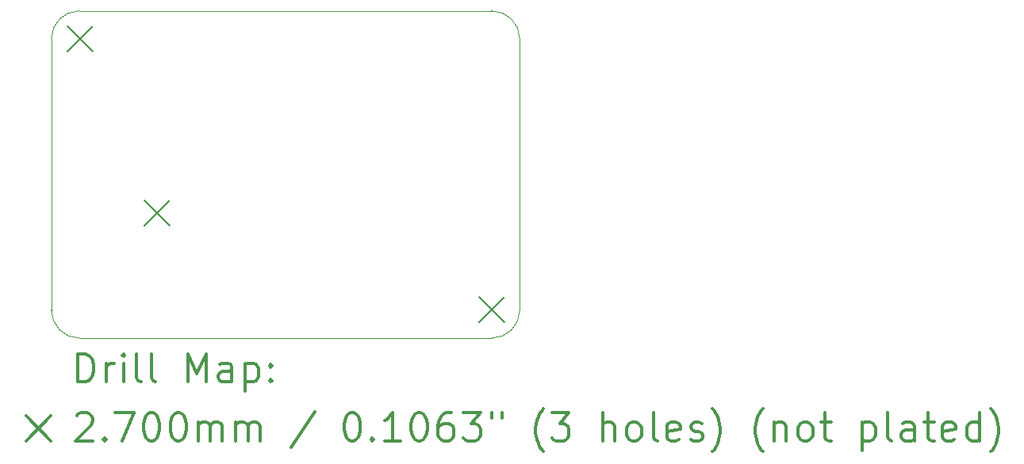
<source format=gbr>
%FSLAX45Y45*%
G04 Gerber Fmt 4.5, Leading zero omitted, Abs format (unit mm)*
G04 Created by KiCad (PCBNEW 5.1.12-84ad8e8a86~92~ubuntu20.04.1) date 2022-01-09 16:37:45*
%MOMM*%
%LPD*%
G01*
G04 APERTURE LIST*
%TA.AperFunction,Profile*%
%ADD10C,0.050000*%
%TD*%
%ADD11C,0.200000*%
%ADD12C,0.300000*%
G04 APERTURE END LIST*
D10*
X13348700Y-5453500D02*
G75*
G02*
X13648700Y-5753500I0J-300000D01*
G01*
X13648700Y-8653500D02*
G75*
G02*
X13348700Y-8953500I-300000J0D01*
G01*
X8648700Y-5753500D02*
G75*
G02*
X8948700Y-5453500I300000J0D01*
G01*
X8948700Y-8953500D02*
G75*
G02*
X8648700Y-8653500I0J300000D01*
G01*
X8948700Y-5453500D02*
X13348700Y-5453500D01*
X8648700Y-8653500D02*
X8648700Y-5753500D01*
X13648700Y-8653500D02*
X13648700Y-5753500D01*
X8948700Y-8953500D02*
X13348700Y-8953500D01*
D11*
X8818500Y-5618100D02*
X9088500Y-5888100D01*
X9088500Y-5618100D02*
X8818500Y-5888100D01*
X9644000Y-7477600D02*
X9914000Y-7747600D01*
X9914000Y-7477600D02*
X9644000Y-7747600D01*
X13212700Y-8513700D02*
X13482700Y-8783700D01*
X13482700Y-8513700D02*
X13212700Y-8783700D01*
D12*
X8932628Y-9421714D02*
X8932628Y-9121714D01*
X9004057Y-9121714D01*
X9046914Y-9136000D01*
X9075486Y-9164572D01*
X9089771Y-9193143D01*
X9104057Y-9250286D01*
X9104057Y-9293143D01*
X9089771Y-9350286D01*
X9075486Y-9378857D01*
X9046914Y-9407429D01*
X9004057Y-9421714D01*
X8932628Y-9421714D01*
X9232628Y-9421714D02*
X9232628Y-9221714D01*
X9232628Y-9278857D02*
X9246914Y-9250286D01*
X9261200Y-9236000D01*
X9289771Y-9221714D01*
X9318343Y-9221714D01*
X9418343Y-9421714D02*
X9418343Y-9221714D01*
X9418343Y-9121714D02*
X9404057Y-9136000D01*
X9418343Y-9150286D01*
X9432628Y-9136000D01*
X9418343Y-9121714D01*
X9418343Y-9150286D01*
X9604057Y-9421714D02*
X9575486Y-9407429D01*
X9561200Y-9378857D01*
X9561200Y-9121714D01*
X9761200Y-9421714D02*
X9732628Y-9407429D01*
X9718343Y-9378857D01*
X9718343Y-9121714D01*
X10104057Y-9421714D02*
X10104057Y-9121714D01*
X10204057Y-9336000D01*
X10304057Y-9121714D01*
X10304057Y-9421714D01*
X10575486Y-9421714D02*
X10575486Y-9264572D01*
X10561200Y-9236000D01*
X10532628Y-9221714D01*
X10475486Y-9221714D01*
X10446914Y-9236000D01*
X10575486Y-9407429D02*
X10546914Y-9421714D01*
X10475486Y-9421714D01*
X10446914Y-9407429D01*
X10432628Y-9378857D01*
X10432628Y-9350286D01*
X10446914Y-9321714D01*
X10475486Y-9307429D01*
X10546914Y-9307429D01*
X10575486Y-9293143D01*
X10718343Y-9221714D02*
X10718343Y-9521714D01*
X10718343Y-9236000D02*
X10746914Y-9221714D01*
X10804057Y-9221714D01*
X10832628Y-9236000D01*
X10846914Y-9250286D01*
X10861200Y-9278857D01*
X10861200Y-9364572D01*
X10846914Y-9393143D01*
X10832628Y-9407429D01*
X10804057Y-9421714D01*
X10746914Y-9421714D01*
X10718343Y-9407429D01*
X10989771Y-9393143D02*
X11004057Y-9407429D01*
X10989771Y-9421714D01*
X10975486Y-9407429D01*
X10989771Y-9393143D01*
X10989771Y-9421714D01*
X10989771Y-9236000D02*
X11004057Y-9250286D01*
X10989771Y-9264572D01*
X10975486Y-9250286D01*
X10989771Y-9236000D01*
X10989771Y-9264572D01*
X8376200Y-9781000D02*
X8646200Y-10051000D01*
X8646200Y-9781000D02*
X8376200Y-10051000D01*
X8918343Y-9780286D02*
X8932628Y-9766000D01*
X8961200Y-9751714D01*
X9032628Y-9751714D01*
X9061200Y-9766000D01*
X9075486Y-9780286D01*
X9089771Y-9808857D01*
X9089771Y-9837429D01*
X9075486Y-9880286D01*
X8904057Y-10051714D01*
X9089771Y-10051714D01*
X9218343Y-10023143D02*
X9232628Y-10037429D01*
X9218343Y-10051714D01*
X9204057Y-10037429D01*
X9218343Y-10023143D01*
X9218343Y-10051714D01*
X9332628Y-9751714D02*
X9532628Y-9751714D01*
X9404057Y-10051714D01*
X9704057Y-9751714D02*
X9732628Y-9751714D01*
X9761200Y-9766000D01*
X9775486Y-9780286D01*
X9789771Y-9808857D01*
X9804057Y-9866000D01*
X9804057Y-9937429D01*
X9789771Y-9994572D01*
X9775486Y-10023143D01*
X9761200Y-10037429D01*
X9732628Y-10051714D01*
X9704057Y-10051714D01*
X9675486Y-10037429D01*
X9661200Y-10023143D01*
X9646914Y-9994572D01*
X9632628Y-9937429D01*
X9632628Y-9866000D01*
X9646914Y-9808857D01*
X9661200Y-9780286D01*
X9675486Y-9766000D01*
X9704057Y-9751714D01*
X9989771Y-9751714D02*
X10018343Y-9751714D01*
X10046914Y-9766000D01*
X10061200Y-9780286D01*
X10075486Y-9808857D01*
X10089771Y-9866000D01*
X10089771Y-9937429D01*
X10075486Y-9994572D01*
X10061200Y-10023143D01*
X10046914Y-10037429D01*
X10018343Y-10051714D01*
X9989771Y-10051714D01*
X9961200Y-10037429D01*
X9946914Y-10023143D01*
X9932628Y-9994572D01*
X9918343Y-9937429D01*
X9918343Y-9866000D01*
X9932628Y-9808857D01*
X9946914Y-9780286D01*
X9961200Y-9766000D01*
X9989771Y-9751714D01*
X10218343Y-10051714D02*
X10218343Y-9851714D01*
X10218343Y-9880286D02*
X10232628Y-9866000D01*
X10261200Y-9851714D01*
X10304057Y-9851714D01*
X10332628Y-9866000D01*
X10346914Y-9894572D01*
X10346914Y-10051714D01*
X10346914Y-9894572D02*
X10361200Y-9866000D01*
X10389771Y-9851714D01*
X10432628Y-9851714D01*
X10461200Y-9866000D01*
X10475486Y-9894572D01*
X10475486Y-10051714D01*
X10618343Y-10051714D02*
X10618343Y-9851714D01*
X10618343Y-9880286D02*
X10632628Y-9866000D01*
X10661200Y-9851714D01*
X10704057Y-9851714D01*
X10732628Y-9866000D01*
X10746914Y-9894572D01*
X10746914Y-10051714D01*
X10746914Y-9894572D02*
X10761200Y-9866000D01*
X10789771Y-9851714D01*
X10832628Y-9851714D01*
X10861200Y-9866000D01*
X10875486Y-9894572D01*
X10875486Y-10051714D01*
X11461200Y-9737429D02*
X11204057Y-10123143D01*
X11846914Y-9751714D02*
X11875486Y-9751714D01*
X11904057Y-9766000D01*
X11918343Y-9780286D01*
X11932628Y-9808857D01*
X11946914Y-9866000D01*
X11946914Y-9937429D01*
X11932628Y-9994572D01*
X11918343Y-10023143D01*
X11904057Y-10037429D01*
X11875486Y-10051714D01*
X11846914Y-10051714D01*
X11818343Y-10037429D01*
X11804057Y-10023143D01*
X11789771Y-9994572D01*
X11775486Y-9937429D01*
X11775486Y-9866000D01*
X11789771Y-9808857D01*
X11804057Y-9780286D01*
X11818343Y-9766000D01*
X11846914Y-9751714D01*
X12075486Y-10023143D02*
X12089771Y-10037429D01*
X12075486Y-10051714D01*
X12061200Y-10037429D01*
X12075486Y-10023143D01*
X12075486Y-10051714D01*
X12375486Y-10051714D02*
X12204057Y-10051714D01*
X12289771Y-10051714D02*
X12289771Y-9751714D01*
X12261200Y-9794572D01*
X12232628Y-9823143D01*
X12204057Y-9837429D01*
X12561200Y-9751714D02*
X12589771Y-9751714D01*
X12618343Y-9766000D01*
X12632628Y-9780286D01*
X12646914Y-9808857D01*
X12661200Y-9866000D01*
X12661200Y-9937429D01*
X12646914Y-9994572D01*
X12632628Y-10023143D01*
X12618343Y-10037429D01*
X12589771Y-10051714D01*
X12561200Y-10051714D01*
X12532628Y-10037429D01*
X12518343Y-10023143D01*
X12504057Y-9994572D01*
X12489771Y-9937429D01*
X12489771Y-9866000D01*
X12504057Y-9808857D01*
X12518343Y-9780286D01*
X12532628Y-9766000D01*
X12561200Y-9751714D01*
X12918343Y-9751714D02*
X12861200Y-9751714D01*
X12832628Y-9766000D01*
X12818343Y-9780286D01*
X12789771Y-9823143D01*
X12775486Y-9880286D01*
X12775486Y-9994572D01*
X12789771Y-10023143D01*
X12804057Y-10037429D01*
X12832628Y-10051714D01*
X12889771Y-10051714D01*
X12918343Y-10037429D01*
X12932628Y-10023143D01*
X12946914Y-9994572D01*
X12946914Y-9923143D01*
X12932628Y-9894572D01*
X12918343Y-9880286D01*
X12889771Y-9866000D01*
X12832628Y-9866000D01*
X12804057Y-9880286D01*
X12789771Y-9894572D01*
X12775486Y-9923143D01*
X13046914Y-9751714D02*
X13232628Y-9751714D01*
X13132628Y-9866000D01*
X13175486Y-9866000D01*
X13204057Y-9880286D01*
X13218343Y-9894572D01*
X13232628Y-9923143D01*
X13232628Y-9994572D01*
X13218343Y-10023143D01*
X13204057Y-10037429D01*
X13175486Y-10051714D01*
X13089771Y-10051714D01*
X13061200Y-10037429D01*
X13046914Y-10023143D01*
X13346914Y-9751714D02*
X13346914Y-9808857D01*
X13461200Y-9751714D02*
X13461200Y-9808857D01*
X13904057Y-10166000D02*
X13889771Y-10151714D01*
X13861200Y-10108857D01*
X13846914Y-10080286D01*
X13832628Y-10037429D01*
X13818343Y-9966000D01*
X13818343Y-9908857D01*
X13832628Y-9837429D01*
X13846914Y-9794572D01*
X13861200Y-9766000D01*
X13889771Y-9723143D01*
X13904057Y-9708857D01*
X13989771Y-9751714D02*
X14175486Y-9751714D01*
X14075486Y-9866000D01*
X14118343Y-9866000D01*
X14146914Y-9880286D01*
X14161200Y-9894572D01*
X14175486Y-9923143D01*
X14175486Y-9994572D01*
X14161200Y-10023143D01*
X14146914Y-10037429D01*
X14118343Y-10051714D01*
X14032628Y-10051714D01*
X14004057Y-10037429D01*
X13989771Y-10023143D01*
X14532628Y-10051714D02*
X14532628Y-9751714D01*
X14661200Y-10051714D02*
X14661200Y-9894572D01*
X14646914Y-9866000D01*
X14618343Y-9851714D01*
X14575486Y-9851714D01*
X14546914Y-9866000D01*
X14532628Y-9880286D01*
X14846914Y-10051714D02*
X14818343Y-10037429D01*
X14804057Y-10023143D01*
X14789771Y-9994572D01*
X14789771Y-9908857D01*
X14804057Y-9880286D01*
X14818343Y-9866000D01*
X14846914Y-9851714D01*
X14889771Y-9851714D01*
X14918343Y-9866000D01*
X14932628Y-9880286D01*
X14946914Y-9908857D01*
X14946914Y-9994572D01*
X14932628Y-10023143D01*
X14918343Y-10037429D01*
X14889771Y-10051714D01*
X14846914Y-10051714D01*
X15118343Y-10051714D02*
X15089771Y-10037429D01*
X15075486Y-10008857D01*
X15075486Y-9751714D01*
X15346914Y-10037429D02*
X15318343Y-10051714D01*
X15261200Y-10051714D01*
X15232628Y-10037429D01*
X15218343Y-10008857D01*
X15218343Y-9894572D01*
X15232628Y-9866000D01*
X15261200Y-9851714D01*
X15318343Y-9851714D01*
X15346914Y-9866000D01*
X15361200Y-9894572D01*
X15361200Y-9923143D01*
X15218343Y-9951714D01*
X15475486Y-10037429D02*
X15504057Y-10051714D01*
X15561200Y-10051714D01*
X15589771Y-10037429D01*
X15604057Y-10008857D01*
X15604057Y-9994572D01*
X15589771Y-9966000D01*
X15561200Y-9951714D01*
X15518343Y-9951714D01*
X15489771Y-9937429D01*
X15475486Y-9908857D01*
X15475486Y-9894572D01*
X15489771Y-9866000D01*
X15518343Y-9851714D01*
X15561200Y-9851714D01*
X15589771Y-9866000D01*
X15704057Y-10166000D02*
X15718343Y-10151714D01*
X15746914Y-10108857D01*
X15761200Y-10080286D01*
X15775486Y-10037429D01*
X15789771Y-9966000D01*
X15789771Y-9908857D01*
X15775486Y-9837429D01*
X15761200Y-9794572D01*
X15746914Y-9766000D01*
X15718343Y-9723143D01*
X15704057Y-9708857D01*
X16246914Y-10166000D02*
X16232628Y-10151714D01*
X16204057Y-10108857D01*
X16189771Y-10080286D01*
X16175486Y-10037429D01*
X16161200Y-9966000D01*
X16161200Y-9908857D01*
X16175486Y-9837429D01*
X16189771Y-9794572D01*
X16204057Y-9766000D01*
X16232628Y-9723143D01*
X16246914Y-9708857D01*
X16361200Y-9851714D02*
X16361200Y-10051714D01*
X16361200Y-9880286D02*
X16375486Y-9866000D01*
X16404057Y-9851714D01*
X16446914Y-9851714D01*
X16475486Y-9866000D01*
X16489771Y-9894572D01*
X16489771Y-10051714D01*
X16675486Y-10051714D02*
X16646914Y-10037429D01*
X16632628Y-10023143D01*
X16618343Y-9994572D01*
X16618343Y-9908857D01*
X16632628Y-9880286D01*
X16646914Y-9866000D01*
X16675486Y-9851714D01*
X16718343Y-9851714D01*
X16746914Y-9866000D01*
X16761200Y-9880286D01*
X16775486Y-9908857D01*
X16775486Y-9994572D01*
X16761200Y-10023143D01*
X16746914Y-10037429D01*
X16718343Y-10051714D01*
X16675486Y-10051714D01*
X16861200Y-9851714D02*
X16975486Y-9851714D01*
X16904057Y-9751714D02*
X16904057Y-10008857D01*
X16918343Y-10037429D01*
X16946914Y-10051714D01*
X16975486Y-10051714D01*
X17304057Y-9851714D02*
X17304057Y-10151714D01*
X17304057Y-9866000D02*
X17332628Y-9851714D01*
X17389771Y-9851714D01*
X17418343Y-9866000D01*
X17432628Y-9880286D01*
X17446914Y-9908857D01*
X17446914Y-9994572D01*
X17432628Y-10023143D01*
X17418343Y-10037429D01*
X17389771Y-10051714D01*
X17332628Y-10051714D01*
X17304057Y-10037429D01*
X17618343Y-10051714D02*
X17589771Y-10037429D01*
X17575486Y-10008857D01*
X17575486Y-9751714D01*
X17861200Y-10051714D02*
X17861200Y-9894572D01*
X17846914Y-9866000D01*
X17818343Y-9851714D01*
X17761200Y-9851714D01*
X17732628Y-9866000D01*
X17861200Y-10037429D02*
X17832628Y-10051714D01*
X17761200Y-10051714D01*
X17732628Y-10037429D01*
X17718343Y-10008857D01*
X17718343Y-9980286D01*
X17732628Y-9951714D01*
X17761200Y-9937429D01*
X17832628Y-9937429D01*
X17861200Y-9923143D01*
X17961200Y-9851714D02*
X18075486Y-9851714D01*
X18004057Y-9751714D02*
X18004057Y-10008857D01*
X18018343Y-10037429D01*
X18046914Y-10051714D01*
X18075486Y-10051714D01*
X18289771Y-10037429D02*
X18261200Y-10051714D01*
X18204057Y-10051714D01*
X18175486Y-10037429D01*
X18161200Y-10008857D01*
X18161200Y-9894572D01*
X18175486Y-9866000D01*
X18204057Y-9851714D01*
X18261200Y-9851714D01*
X18289771Y-9866000D01*
X18304057Y-9894572D01*
X18304057Y-9923143D01*
X18161200Y-9951714D01*
X18561200Y-10051714D02*
X18561200Y-9751714D01*
X18561200Y-10037429D02*
X18532628Y-10051714D01*
X18475486Y-10051714D01*
X18446914Y-10037429D01*
X18432628Y-10023143D01*
X18418343Y-9994572D01*
X18418343Y-9908857D01*
X18432628Y-9880286D01*
X18446914Y-9866000D01*
X18475486Y-9851714D01*
X18532628Y-9851714D01*
X18561200Y-9866000D01*
X18675486Y-10166000D02*
X18689771Y-10151714D01*
X18718343Y-10108857D01*
X18732628Y-10080286D01*
X18746914Y-10037429D01*
X18761200Y-9966000D01*
X18761200Y-9908857D01*
X18746914Y-9837429D01*
X18732628Y-9794572D01*
X18718343Y-9766000D01*
X18689771Y-9723143D01*
X18675486Y-9708857D01*
M02*

</source>
